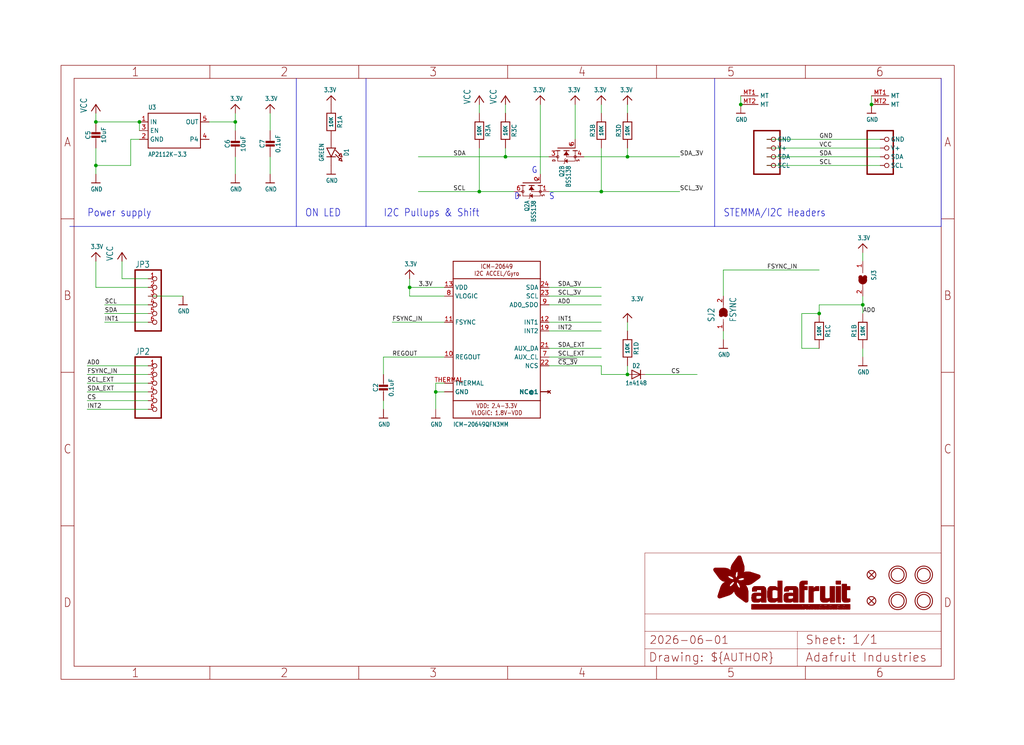
<source format=kicad_sch>
(kicad_sch (version 20230121) (generator eeschema)
  (paper "User" 298.45 217.322)
  (lib_symbols
    (symbol "working-eagle-import:3.3V" (power)
      (property "Value" "3.3V" (at -1.524 1.016 0))
      (symbol "3.3V_1_0"
        (pin power_in line (at 0 -2.54 90) (length 2.54) (name "3.3V") (number "1"))
      )
    )
    (symbol "working-eagle-import:CAP_CERAMIC0603_NO"
      (property "Reference" "C" (at -2.29 1.25 90))
      (symbol "CAP_CERAMIC0603_NO_1_0"
        (pin passive line (at 0 5.08 270) (length 2.54) (name "1") (number "1"))
        (pin passive line (at 0 -2.54 90) (length 2.54) (name "2") (number "2"))
      )
    )
    (symbol "working-eagle-import:CAP_CERAMIC0805-NOOUTLINE"
      (property "Reference" "C" (at -2.29 1.25 90))
      (symbol "CAP_CERAMIC0805-NOOUTLINE_1_0"
        (pin passive line (at 0 5.08 270) (length 2.54) (name "1") (number "1"))
        (pin passive line (at 0 -2.54 90) (length 2.54) (name "2") (number "2"))
      )
    )
    (symbol "working-eagle-import:DIODESOD-323"
      (property "Reference" "D" (at 0 2.54 0))
      (symbol "DIODESOD-323_1_0"
        (pin passive line (at -2.54 0 0) (length 2.54) (name "A") (number "A"))
        (pin passive line (at 2.54 0 180) (length 2.54) (name "C") (number "C"))
      )
    )
    (symbol "working-eagle-import:FIDUCIAL_1MM")
    (symbol "working-eagle-import:FRAME_A4_ADAFRUIT"
      (symbol "FRAME_A4_ADAFRUIT_1_0"
        (text "${#}/${##}" (at 230.505 10.16 0) (effects (font (size 2.54 2.54)) (justify left bottom)))
        (text "${AUTHOR}" (at 189.23 5.08 0) (effects (font (size 2.286 2.286)) (justify left bottom)))
        (text "${CURRENT_DATE}" (at 171.45 10.16 0) (effects (font (size 2.286 2.286)) (justify left bottom)))
        (text "${PROJECTNAME}" (at 171.45 15.24 0) (effects (font (size 2.54 2.54)) (justify left bottom)))
        (text "1" (at 21.6958 1.905 0) (effects (font (size 2.54 2.286))))
        (text "1" (at 21.6958 177.165 0) (effects (font (size 2.54 2.286))))
        (text "2" (at 65.0875 1.905 0) (effects (font (size 2.54 2.286))))
        (text "2" (at 65.0875 177.165 0) (effects (font (size 2.54 2.286))))
        (text "3" (at 108.4792 1.905 0) (effects (font (size 2.54 2.286))))
        (text "3" (at 108.4792 177.165 0) (effects (font (size 2.54 2.286))))
        (text "4" (at 151.8708 1.905 0) (effects (font (size 2.54 2.286))))
        (text "4" (at 151.8708 177.165 0) (effects (font (size 2.54 2.286))))
        (text "5" (at 195.2625 1.905 0) (effects (font (size 2.54 2.286))))
        (text "5" (at 195.2625 177.165 0) (effects (font (size 2.54 2.286))))
        (text "6" (at 238.6542 1.905 0) (effects (font (size 2.54 2.286))))
        (text "6" (at 238.6542 177.165 0) (effects (font (size 2.54 2.286))))
        (text "A" (at 1.905 156.6863 0) (effects (font (size 2.54 2.286))))
        (text "A" (at 258.445 156.6863 0) (effects (font (size 2.54 2.286))))
        (text "Adafruit Industries" (at 216.916 4.953 0) (effects (font (size 2.54 2.54)) (justify left bottom)))
        (text "B" (at 1.905 111.9188 0) (effects (font (size 2.54 2.286))))
        (text "B" (at 258.445 111.9188 0) (effects (font (size 2.54 2.286))))
        (text "C" (at 1.905 67.1513 0) (effects (font (size 2.54 2.286))))
        (text "C" (at 258.445 67.1513 0) (effects (font (size 2.54 2.286))))
        (text "D" (at 1.905 22.3838 0) (effects (font (size 2.54 2.286))))
        (text "D" (at 258.445 22.3838 0) (effects (font (size 2.54 2.286))))
        (text "Drawing:" (at 171.196 4.953 0) (effects (font (size 2.54 2.54)) (justify left bottom)))
        (text "Sheet:" (at 216.916 10.033 0) (effects (font (size 2.54 2.54)) (justify left bottom)))
      )
    )
    (symbol "working-eagle-import:GND" (power)
      (property "Value" "GND" (at -1.524 -2.54 0))
      (symbol "GND_1_0"
        (pin power_in line (at 0 2.54 270) (length 2.54) (name "GND") (number "1"))
      )
    )
    (symbol "working-eagle-import:HEADER-1X670MIL"
      (property "Reference" "JP" (at -6.35 10.795 0))
      (symbol "HEADER-1X670MIL_1_0"
        (pin passive inverted (at -2.54 7.62 0) (length 2.54) (name "1") (number "1"))
        (pin passive inverted (at -2.54 5.08 0) (length 2.54) (name "2") (number "2"))
        (pin passive inverted (at -2.54 2.54 0) (length 2.54) (name "3") (number "3"))
        (pin passive inverted (at -2.54 0 0) (length 2.54) (name "4") (number "4"))
        (pin passive inverted (at -2.54 -2.54 0) (length 2.54) (name "5") (number "5"))
        (pin passive inverted (at -2.54 -5.08 0) (length 2.54) (name "6") (number "6"))
      )
    )
    (symbol "working-eagle-import:HEADER-1X6ROUND"
      (property "Reference" "JP" (at -6.35 10.795 0))
      (symbol "HEADER-1X6ROUND_1_0"
        (pin passive inverted (at -2.54 7.62 0) (length 2.54) (name "1") (number "1"))
        (pin passive inverted (at -2.54 5.08 0) (length 2.54) (name "2") (number "2"))
        (pin passive inverted (at -2.54 2.54 0) (length 2.54) (name "3") (number "3"))
        (pin passive inverted (at -2.54 0 0) (length 2.54) (name "4") (number "4"))
        (pin passive inverted (at -2.54 -2.54 0) (length 2.54) (name "5") (number "5"))
        (pin passive inverted (at -2.54 -5.08 0) (length 2.54) (name "6") (number "6"))
      )
    )
    (symbol "working-eagle-import:ICM-20649QFN3MM"
      (symbol "ICM-20649QFN3MM_1_0"
        (text "ICM-20649\nI2C ACCEL/Gyro" (at 0 20.32 0) (effects (font (size 1.27 1.0795))))
        (text "VDD: 2.4-3.3V\nVLOGIC: 1.8V-VDD" (at 0 -20.32 0) (effects (font (size 1.27 1.0795))))
        (pin no_connect line (at 15.24 -15.24 180) (length 2.54) (name "NC@1") (number "1"))
        (pin passive line (at -15.24 -5.08 0) (length 2.54) (name "REGOUT") (number "10"))
        (pin input line (at -15.24 5.08 0) (length 2.54) (name "FSYNC") (number "11"))
        (pin output line (at 15.24 5.08 180) (length 2.54) (name "INT1") (number "12"))
        (pin power_in line (at -15.24 15.24 0) (length 2.54) (name "VDD") (number "13"))
        (pin no_connect line (at 15.24 -15.24 180) (length 2.54) (name "NC@1") (number "14"))
        (pin no_connect line (at 15.24 -15.24 180) (length 2.54) (name "NC@1") (number "15"))
        (pin no_connect line (at 15.24 -15.24 180) (length 2.54) (name "NC@1") (number "16"))
        (pin no_connect line (at 15.24 -15.24 180) (length 2.54) (name "NC@1") (number "17"))
        (pin power_in line (at -15.24 -15.24 0) (length 2.54) (name "GND") (number "18"))
        (pin output line (at 15.24 2.54 180) (length 2.54) (name "INT2") (number "19"))
        (pin no_connect line (at 15.24 -15.24 180) (length 2.54) (name "NC@1") (number "2"))
        (pin power_in line (at -15.24 -15.24 0) (length 2.54) (name "GND") (number "20"))
        (pin bidirectional line (at 15.24 -2.54 180) (length 2.54) (name "AUX_DA") (number "21"))
        (pin input line (at 15.24 -7.62 180) (length 2.54) (name "NCS") (number "22"))
        (pin bidirectional line (at 15.24 12.7 180) (length 2.54) (name "SCL") (number "23"))
        (pin bidirectional line (at 15.24 15.24 180) (length 2.54) (name "SDA") (number "24"))
        (pin no_connect line (at 15.24 -15.24 180) (length 2.54) (name "NC@1") (number "3"))
        (pin no_connect line (at 15.24 -15.24 180) (length 2.54) (name "NC@1") (number "4"))
        (pin no_connect line (at 15.24 -15.24 180) (length 2.54) (name "NC@1") (number "5"))
        (pin no_connect line (at 15.24 -15.24 180) (length 2.54) (name "NC@1") (number "6"))
        (pin bidirectional line (at 15.24 -5.08 180) (length 2.54) (name "AUX_CL") (number "7"))
        (pin power_in line (at -15.24 12.7 0) (length 2.54) (name "VLOGIC") (number "8"))
        (pin input line (at 15.24 10.16 180) (length 2.54) (name "AD0_SDO") (number "9"))
        (pin power_in line (at -15.24 -12.7 0) (length 2.54) (name "THERMAL") (number "THERMAL"))
      )
    )
    (symbol "working-eagle-import:LED0603_NOOUTLINE"
      (property "Reference" "D" (at -1.27 4.445 0))
      (symbol "LED0603_NOOUTLINE_1_0"
        (pin passive line (at -5.08 0 0) (length 2.54) (name "A") (number "A"))
        (pin passive line (at 2.54 0 180) (length 2.54) (name "C") (number "C"))
      )
    )
    (symbol "working-eagle-import:MOSFET-N_DUAL"
      (property "Reference" "Q" (at 5.08 0.635 0))
      (symbol "MOSFET-N_DUAL_1_0"
        (text "D" (at 3.175 3.175 0) (effects (font (size 0.8128 0.6908)) (justify left bottom)))
        (text "G" (at -1.27 -1.905 0) (effects (font (size 0.8128 0.6908)) (justify left bottom)))
        (text "S" (at 3.175 -3.81 0) (effects (font (size 0.8128 0.6908)) (justify left bottom)))
        (pin bidirectional line (at 2.54 -5.08 90) (length 2.54) (name "S") (number "1"))
        (pin bidirectional line (at -2.54 -2.54 0) (length 2.54) (name "G") (number "2"))
        (pin bidirectional line (at 2.54 5.08 270) (length 2.54) (name "D") (number "6"))
      )
      (symbol "MOSFET-N_DUAL_2_0"
        (text "D" (at 3.175 3.175 0) (effects (font (size 0.8128 0.6908)) (justify left bottom)))
        (text "G" (at -1.27 -1.905 0) (effects (font (size 0.8128 0.6908)) (justify left bottom)))
        (text "S" (at 3.175 -3.81 0) (effects (font (size 0.8128 0.6908)) (justify left bottom)))
        (pin bidirectional line (at 2.54 5.08 270) (length 2.54) (name "D") (number "3"))
        (pin bidirectional line (at 2.54 -5.08 90) (length 2.54) (name "S") (number "4"))
        (pin bidirectional line (at -2.54 -2.54 0) (length 2.54) (name "G") (number "5"))
      )
    )
    (symbol "working-eagle-import:MOUNTINGHOLE2.5")
    (symbol "working-eagle-import:RESISTOR_4PACK"
      (property "Reference" "R" (at 0 2.54 0))
      (symbol "RESISTOR_4PACK_1_0"
        (pin passive line (at -5.08 0 0) (length 2.54) (name "1") (number "1"))
        (pin passive line (at 5.08 0 180) (length 2.54) (name "2") (number "8"))
      )
      (symbol "RESISTOR_4PACK_2_0"
        (pin passive line (at -5.08 0 0) (length 2.54) (name "1") (number "2"))
        (pin passive line (at 5.08 0 180) (length 2.54) (name "2") (number "7"))
      )
      (symbol "RESISTOR_4PACK_3_0"
        (pin passive line (at -5.08 0 0) (length 2.54) (name "1") (number "3"))
        (pin passive line (at 5.08 0 180) (length 2.54) (name "2") (number "6"))
      )
      (symbol "RESISTOR_4PACK_4_0"
        (pin passive line (at -5.08 0 0) (length 2.54) (name "1") (number "4"))
        (pin passive line (at 5.08 0 180) (length 2.54) (name "2") (number "5"))
      )
    )
    (symbol "working-eagle-import:SOLDERJUMPER"
      (property "Reference" "SJ" (at -2.54 2.54 0))
      (symbol "SOLDERJUMPER_1_0"
        (pin passive line (at -5.08 0 0) (length 2.54) (name "1") (number "1"))
        (pin passive line (at 5.08 0 180) (length 2.54) (name "2") (number "2"))
      )
    )
    (symbol "working-eagle-import:SOLDERJUMPER_CLOSED"
      (property "Reference" "SJ" (at -2.54 2.54 0))
      (symbol "SOLDERJUMPER_CLOSED_1_0"
        (pin passive line (at -5.08 0 0) (length 2.54) (name "1") (number "1"))
        (pin passive line (at 5.08 0 180) (length 2.54) (name "2") (number "2"))
      )
    )
    (symbol "working-eagle-import:STEMMA_I2C_QT"
      (symbol "STEMMA_I2C_QT_1_0"
        (pin passive inverted (at 0 5.08 0) (length 2.54) (name "GND") (number "1"))
        (pin passive inverted (at 0 2.54 0) (length 2.54) (name "V+") (number "2"))
        (pin passive inverted (at 0 0 0) (length 2.54) (name "SDA") (number "3"))
        (pin passive inverted (at 0 -2.54 0) (length 2.54) (name "SCL") (number "4"))
      )
      (symbol "STEMMA_I2C_QT_2_0"
        (pin bidirectional line (at 0 0 0) (length 5.08) (name "MT") (number "MT1"))
      )
      (symbol "STEMMA_I2C_QT_3_0"
        (pin bidirectional line (at 0 0 0) (length 5.08) (name "MT") (number "MT2"))
      )
    )
    (symbol "working-eagle-import:VCC" (power)
      (property "Value" "VCC" (at -2.54 -2.54 90))
      (symbol "VCC_1_0"
        (pin power_in line (at 0 -2.54 90) (length 2.54) (name "VCC") (number "1"))
      )
    )
    (symbol "working-eagle-import:VREG_SOT23-5"
      (property "Reference" "U" (at -7.62 6.096 0))
      (symbol "VREG_SOT23-5_1_0"
        (pin power_in line (at -10.16 2.54 0) (length 2.54) (name "IN") (number "1"))
        (pin power_in line (at -10.16 -2.54 0) (length 2.54) (name "GND") (number "2"))
        (pin input line (at -10.16 0 0) (length 2.54) (name "EN") (number "3"))
        (pin bidirectional line (at 10.16 -2.54 180) (length 2.54) (name "P4") (number "4"))
        (pin power_in line (at 10.16 2.54 180) (length 2.54) (name "OUT") (number "5"))
      )
    )
  )
  (junction (at 254 30.48))
  (junction (at 147.32 45.72))
  (junction (at 27.94 35.56))
  (junction (at 68.58 35.56))
  (junction (at 40.64 35.56))
  (junction (at 215.9 30.48))
  (junction (at 127 114.3))
  (junction (at 119.38 83.82))
  (junction (at 139.7 55.88))
  (junction (at 238.76 91.44))
  (junction (at 251.46 88.9))
  (junction (at 175.26 55.88))
  (junction (at 27.94 48.26))
  (junction (at 182.88 45.72))
  (junction (at 182.88 109.22))
  (wire (pts (xy 147.32 33.02) (xy 147.32 30.48)) (stroke (width 0.1524)))
  (wire (pts (xy 238.76 88.9) (xy 251.46 88.9)) (stroke (width 0.1524)))
  (wire (pts (xy 27.94 83.82) (xy 27.94 76.2)) (stroke (width 0.1524)))
  (wire (pts (xy 182.88 106.68) (xy 182.88 109.22)) (stroke (width 0.1524)))
  (wire (pts (xy 251.46 101.6) (xy 251.46 104.14)) (stroke (width 0.1524)))
  (wire (pts (xy 43.18 116.84) (xy 25.4 116.84)) (stroke (width 0.1524)))
  (wire (pts (xy 27.94 48.26) (xy 27.94 43.18)) (stroke (width 0.1524)))
  (wire (pts (xy 175.26 109.22) (xy 175.26 106.68)) (stroke (width 0.1524)))
  (wire (pts (xy 25.4 111.76) (xy 43.18 111.76)) (stroke (width 0.1524)))
  (wire (pts (xy 175.26 33.02) (xy 175.26 30.48)) (stroke (width 0.1524)))
  (wire (pts (xy 210.82 78.74) (xy 238.76 78.74)) (stroke (width 0.1524)))
  (wire (pts (xy 68.58 35.56) (xy 68.58 33.02)) (stroke (width 0.1524)))
  (wire (pts (xy 251.46 86.36) (xy 251.46 88.9)) (stroke (width 0.1524)))
  (wire (pts (xy 119.38 86.36) (xy 119.38 83.82)) (stroke (width 0.1524)))
  (wire (pts (xy 129.54 104.14) (xy 111.76 104.14)) (stroke (width 0.1524)))
  (wire (pts (xy 210.82 86.36) (xy 210.82 78.74)) (stroke (width 0.1524)))
  (wire (pts (xy 223.52 48.26) (xy 256.54 48.26)) (stroke (width 0.1524)))
  (wire (pts (xy 182.88 93.98) (xy 182.88 96.52)) (stroke (width 0.1524)))
  (wire (pts (xy 38.1 48.26) (xy 27.94 48.26)) (stroke (width 0.1524)))
  (wire (pts (xy 40.64 40.64) (xy 38.1 40.64)) (stroke (width 0.1524)))
  (wire (pts (xy 149.86 55.88) (xy 139.7 55.88)) (stroke (width 0.1524)))
  (wire (pts (xy 25.4 106.68) (xy 43.18 106.68)) (stroke (width 0.1524)))
  (wire (pts (xy 43.18 93.98) (xy 30.48 93.98)) (stroke (width 0.1524)))
  (wire (pts (xy 182.88 109.22) (xy 175.26 109.22)) (stroke (width 0.1524)))
  (polyline (pts (xy 20.32 66.04) (xy 86.36 66.04)) (stroke (width 0.1524) (type solid)))
  (wire (pts (xy 175.26 43.18) (xy 175.26 55.88)) (stroke (width 0.1524)))
  (wire (pts (xy 160.02 88.9) (xy 175.26 88.9)) (stroke (width 0.1524)))
  (polyline (pts (xy 274.32 22.86) (xy 274.32 66.04)) (stroke (width 0.1524) (type solid)))
  (wire (pts (xy 238.76 91.44) (xy 233.68 91.44)) (stroke (width 0.1524)))
  (polyline (pts (xy 208.28 22.86) (xy 208.28 66.04)) (stroke (width 0.1524) (type solid)))
  (wire (pts (xy 43.18 86.36) (xy 53.34 86.36)) (stroke (width 0.1524)))
  (wire (pts (xy 129.54 83.82) (xy 119.38 83.82)) (stroke (width 0.1524)))
  (wire (pts (xy 127 114.3) (xy 127 119.38)) (stroke (width 0.1524)))
  (wire (pts (xy 60.96 35.56) (xy 68.58 35.56)) (stroke (width 0.1524)))
  (polyline (pts (xy 106.68 66.04) (xy 208.28 66.04)) (stroke (width 0.1524) (type solid)))
  (wire (pts (xy 78.74 45.72) (xy 78.74 50.8)) (stroke (width 0.1524)))
  (polyline (pts (xy 86.36 22.86) (xy 86.36 66.04)) (stroke (width 0.1524) (type solid)))
  (wire (pts (xy 251.46 88.9) (xy 251.46 91.44)) (stroke (width 0.1524)))
  (wire (pts (xy 160.02 106.68) (xy 175.26 106.68)) (stroke (width 0.1524)))
  (wire (pts (xy 233.68 101.6) (xy 238.76 101.6)) (stroke (width 0.1524)))
  (wire (pts (xy 68.58 45.72) (xy 68.58 50.8)) (stroke (width 0.1524)))
  (wire (pts (xy 27.94 48.26) (xy 27.94 50.8)) (stroke (width 0.1524)))
  (wire (pts (xy 129.54 86.36) (xy 119.38 86.36)) (stroke (width 0.1524)))
  (wire (pts (xy 157.48 50.8) (xy 157.48 30.48)) (stroke (width 0.1524)))
  (wire (pts (xy 160.02 104.14) (xy 175.26 104.14)) (stroke (width 0.1524)))
  (wire (pts (xy 25.4 114.3) (xy 43.18 114.3)) (stroke (width 0.1524)))
  (wire (pts (xy 111.76 116.84) (xy 111.76 119.38)) (stroke (width 0.1524)))
  (wire (pts (xy 139.7 55.88) (xy 121.92 55.88)) (stroke (width 0.1524)))
  (wire (pts (xy 43.18 91.44) (xy 30.48 91.44)) (stroke (width 0.1524)))
  (wire (pts (xy 223.52 43.18) (xy 256.54 43.18)) (stroke (width 0.1524)))
  (wire (pts (xy 43.18 88.9) (xy 30.48 88.9)) (stroke (width 0.1524)))
  (wire (pts (xy 215.9 27.94) (xy 215.9 30.48)) (stroke (width 0.1524)))
  (wire (pts (xy 35.56 81.28) (xy 35.56 76.2)) (stroke (width 0.1524)))
  (wire (pts (xy 256.54 45.72) (xy 223.52 45.72)) (stroke (width 0.1524)))
  (wire (pts (xy 256.54 40.64) (xy 223.52 40.64)) (stroke (width 0.1524)))
  (wire (pts (xy 210.82 96.52) (xy 210.82 99.06)) (stroke (width 0.1524)))
  (wire (pts (xy 68.58 35.56) (xy 68.58 38.1)) (stroke (width 0.1524)))
  (wire (pts (xy 129.54 114.3) (xy 127 114.3)) (stroke (width 0.1524)))
  (wire (pts (xy 43.18 119.38) (xy 25.4 119.38)) (stroke (width 0.1524)))
  (wire (pts (xy 160.02 86.36) (xy 175.26 86.36)) (stroke (width 0.1524)))
  (wire (pts (xy 167.64 40.64) (xy 167.64 30.48)) (stroke (width 0.1524)))
  (wire (pts (xy 187.96 109.22) (xy 203.2 109.22)) (stroke (width 0.1524)))
  (wire (pts (xy 238.76 91.44) (xy 238.76 88.9)) (stroke (width 0.1524)))
  (wire (pts (xy 251.46 76.2) (xy 251.46 73.66)) (stroke (width 0.1524)))
  (wire (pts (xy 25.4 109.22) (xy 43.18 109.22)) (stroke (width 0.1524)))
  (wire (pts (xy 38.1 40.64) (xy 38.1 48.26)) (stroke (width 0.1524)))
  (wire (pts (xy 254 30.48) (xy 254 27.94)) (stroke (width 0.1524)))
  (wire (pts (xy 40.64 35.56) (xy 27.94 35.56)) (stroke (width 0.1524)))
  (wire (pts (xy 147.32 43.18) (xy 147.32 45.72)) (stroke (width 0.1524)))
  (wire (pts (xy 160.02 101.6) (xy 175.26 101.6)) (stroke (width 0.1524)))
  (wire (pts (xy 160.02 45.72) (xy 147.32 45.72)) (stroke (width 0.1524)))
  (wire (pts (xy 139.7 30.48) (xy 139.7 33.02)) (stroke (width 0.1524)))
  (wire (pts (xy 182.88 43.18) (xy 182.88 45.72)) (stroke (width 0.1524)))
  (wire (pts (xy 175.26 55.88) (xy 198.12 55.88)) (stroke (width 0.1524)))
  (wire (pts (xy 119.38 83.82) (xy 119.38 81.28)) (stroke (width 0.1524)))
  (polyline (pts (xy 106.68 22.86) (xy 106.68 66.04)) (stroke (width 0.1524) (type solid)))
  (wire (pts (xy 182.88 33.02) (xy 182.88 30.48)) (stroke (width 0.1524)))
  (wire (pts (xy 129.54 111.76) (xy 127 111.76)) (stroke (width 0.1524)))
  (wire (pts (xy 114.3 93.98) (xy 129.54 93.98)) (stroke (width 0.1524)))
  (wire (pts (xy 233.68 91.44) (xy 233.68 101.6)) (stroke (width 0.1524)))
  (wire (pts (xy 160.02 55.88) (xy 175.26 55.88)) (stroke (width 0.1524)))
  (wire (pts (xy 160.02 83.82) (xy 175.26 83.82)) (stroke (width 0.1524)))
  (wire (pts (xy 43.18 81.28) (xy 35.56 81.28)) (stroke (width 0.1524)))
  (wire (pts (xy 27.94 33.02) (xy 27.94 35.56)) (stroke (width 0.1524)))
  (wire (pts (xy 160.02 96.52) (xy 175.26 96.52)) (stroke (width 0.1524)))
  (wire (pts (xy 147.32 45.72) (xy 121.92 45.72)) (stroke (width 0.1524)))
  (wire (pts (xy 170.18 45.72) (xy 182.88 45.72)) (stroke (width 0.1524)))
  (polyline (pts (xy 208.28 66.04) (xy 274.32 66.04)) (stroke (width 0.1524) (type solid)))
  (wire (pts (xy 139.7 43.18) (xy 139.7 55.88)) (stroke (width 0.1524)))
  (polyline (pts (xy 86.36 66.04) (xy 106.68 66.04)) (stroke (width 0.1524) (type solid)))
  (wire (pts (xy 127 111.76) (xy 127 114.3)) (stroke (width 0.1524)))
  (wire (pts (xy 43.18 83.82) (xy 27.94 83.82)) (stroke (width 0.1524)))
  (wire (pts (xy 78.74 33.02) (xy 78.74 38.1)) (stroke (width 0.1524)))
  (wire (pts (xy 182.88 45.72) (xy 198.12 45.72)) (stroke (width 0.1524)))
  (wire (pts (xy 111.76 104.14) (xy 111.76 109.22)) (stroke (width 0.1524)))
  (wire (pts (xy 160.02 93.98) (xy 175.26 93.98)) (stroke (width 0.1524)))
  (wire (pts (xy 40.64 38.1) (xy 40.64 35.56)) (stroke (width 0.1524)))
  (text "S" (at 160.02 58.42 0) (effects (font (size 1.778 1.5113)) (justify left bottom)))
  (text "ON LED" (at 88.9 63.5 0) (effects (font (size 2.1844 1.8567)) (justify left bottom)))
  (text "Power supply" (at 25.4 63.5 0) (effects (font (size 2.1844 1.8567)) (justify left bottom)))
  (text "G" (at 154.94 50.8 0) (effects (font (size 1.778 1.5113)) (justify left bottom)))
  (text "I2C Pullups & Shift" (at 111.76 63.5 0) (effects (font (size 2.1844 1.8567)) (justify left bottom)))
  (text "D" (at 149.86 58.42 0) (effects (font (size 1.778 1.5113)) (justify left bottom)))
  (text "STEMMA/I2C Headers" (at 210.82 63.5 0) (effects (font (size 2.1844 1.8567)) (justify left bottom)))
  (label "FSYNC_IN" (at 114.3 93.98 0) (effects (font (size 1.2446 1.2446))))
  (label "SCL_3V" (at 198.12 55.88 0) (effects (font (size 1.2446 1.2446))))
  (label "3.3V" (at 121.92 83.82 0) (effects (font (size 1.2446 1.2446))))
  (label "GND" (at 238.76 40.64 0) (effects (font (size 1.2446 1.2446))))
  (label "SDA" (at 238.76 45.72 0) (effects (font (size 1.2446 1.2446))))
  (label "SDA" (at 30.48 91.44 0) (effects (font (size 1.2446 1.2446))))
  (label "~{CS_3V}" (at 162.56 106.68 0) (effects (font (size 1.2446 1.2446))))
  (label "INT2" (at 25.4 119.38 0) (effects (font (size 1.2446 1.2446))))
  (label "AD0" (at 25.4 106.68 0) (effects (font (size 1.2446 1.2446))))
  (label "INT1" (at 162.56 93.98 0) (effects (font (size 1.2446 1.2446))))
  (label "SCL_EXT" (at 25.4 111.76 0) (effects (font (size 1.2446 1.2446))))
  (label "FSYNC_IN" (at 223.52 78.74 0) (effects (font (size 1.2446 1.2446))))
  (label "VCC" (at 238.76 43.18 0) (effects (font (size 1.2446 1.2446))))
  (label "CS" (at 25.4 116.84 0) (effects (font (size 1.2446 1.2446))))
  (label "INT2" (at 162.56 96.52 0) (effects (font (size 1.2446 1.2446))))
  (label "AD0" (at 251.46 91.44 0) (effects (font (size 1.2446 1.2446))))
  (label "SCL" (at 238.76 48.26 0) (effects (font (size 1.2446 1.2446))))
  (label "CS" (at 195.58 109.22 0) (effects (font (size 1.2446 1.2446))))
  (label "SCL_EXT" (at 162.56 104.14 0) (effects (font (size 1.2446 1.2446))))
  (label "SCL_3V" (at 162.56 86.36 0) (effects (font (size 1.2446 1.2446))))
  (label "SCL" (at 30.48 88.9 0) (effects (font (size 1.2446 1.2446))))
  (label "REGOUT" (at 114.3 104.14 0) (effects (font (size 1.2446 1.2446))))
  (label "SDA" (at 132.08 45.72 0) (effects (font (size 1.2446 1.2446))))
  (label "SDA_EXT" (at 25.4 114.3 0) (effects (font (size 1.2446 1.2446))))
  (label "INT1" (at 30.48 93.98 0) (effects (font (size 1.2446 1.2446))))
  (label "SDA_EXT" (at 162.56 101.6 0) (effects (font (size 1.2446 1.2446))))
  (label "SCL" (at 132.08 55.88 0) (effects (font (size 1.2446 1.2446))))
  (label "SDA_3V" (at 162.56 83.82 0) (effects (font (size 1.2446 1.2446))))
  (label "AD0" (at 162.56 88.9 0) (effects (font (size 1.2446 1.2446))))
  (label "FSYNC_IN" (at 25.4 109.22 0) (effects (font (size 1.2446 1.2446))))
  (label "SDA_3V" (at 198.12 45.72 0) (effects (font (size 1.2446 1.2446))))
  (symbol (lib_id "working-eagle-import:GND") (at 210.82 101.6 0) (unit 1)
    (property "Reference" "#U$10" (effects hide))
    (property "Value" "GND" (at 209.296 104.14 0) (effects (font (size 1.27 1.0795)) (justify left bottom)))
  )
  (symbol (lib_id "working-eagle-import:3.3V") (at 68.58 30.48 0) (unit 1)
    (property "Reference" "#U$31" (effects hide))
    (property "Value" "3.3V" (at 67.056 29.464 0) (effects (font (size 1.27 1.0795)) (justify left bottom)))
  )
  (symbol (lib_id "working-eagle-import:STEMMA_I2C_QT") (at 254 27.94 0) (unit 2)
    (property "Reference" "CONN4" (effects hide))
    (property "Value" "STEMMA_I2C_QT" (effects hide))
    (property "Footprint" "working:JST_SH4" (effects hide))
  )
  (symbol (lib_id "working-eagle-import:STEMMA_I2C_QT") (at 256.54 45.72 0) (unit 1)
    (property "Reference" "CONN4" (effects hide))
    (property "Value" "STEMMA_I2C_QT" (effects hide))
    (property "Footprint" "working:JST_SH4" (effects hide))
  )
  (symbol (lib_id "working-eagle-import:3.3V") (at 27.94 73.66 0) (unit 1)
    (property "Reference" "#U$38" (effects hide))
    (property "Value" "3.3V" (at 26.416 72.644 0) (effects (font (size 1.27 1.0795)) (justify left bottom)))
  )
  (symbol (lib_id "working-eagle-import:GND") (at 27.94 53.34 0) (unit 1)
    (property "Reference" "#U$24" (effects hide))
    (property "Value" "GND" (at 26.416 55.88 0) (effects (font (size 1.27 1.0795)) (justify left bottom)))
  )
  (symbol (lib_id "working-eagle-import:MOSFET-N_DUAL") (at 154.94 53.34 90) (mirror x) (unit 1)
    (property "Reference" "Q2" (at 154.305 58.42 0) (effects (font (size 1.27 1.0795)) (justify left bottom)))
    (property "Value" "BSS138" (at 156.21 58.42 0) (effects (font (size 1.27 1.0795)) (justify left bottom)))
    (property "Footprint" "working:SOT363" (effects hide))
  )
  (symbol (lib_id "working-eagle-import:STEMMA_I2C_QT") (at 215.9 30.48 0) (unit 3)
    (property "Reference" "CONN3" (effects hide))
    (property "Value" "STEMMA_I2C_QT" (effects hide))
    (property "Footprint" "working:JST_SH4" (effects hide))
  )
  (symbol (lib_id "working-eagle-import:VCC") (at 35.56 73.66 0) (unit 1)
    (property "Reference" "#P+4" (effects hide))
    (property "Value" "VCC" (at 33.02 76.2 90) (effects (font (size 1.778 1.5113)) (justify left bottom)))
  )
  (symbol (lib_id "working-eagle-import:LED0603_NOOUTLINE") (at 96.52 45.72 270) (unit 1)
    (property "Reference" "D1" (at 100.965 44.45 0) (effects (font (size 1.27 1.0795))))
    (property "Value" "GREEN" (at 93.726 44.45 0) (effects (font (size 1.27 1.0795))))
    (property "Footprint" "working:CHIPLED_0603_NOOUTLINE" (effects hide))
  )
  (symbol (lib_id "working-eagle-import:RESISTOR_4PACK") (at 147.32 38.1 270) (unit 3)
    (property "Reference" "R3" (at 149.86 38.1 0))
    (property "Value" "10K" (at 147.32 38.1 0) (effects (font (size 1.016 1.016) bold)))
    (property "Footprint" "working:RESPACK_4X0603" (effects hide))
  )
  (symbol (lib_id "working-eagle-import:CAP_CERAMIC0603_NO") (at 78.74 43.18 0) (unit 1)
    (property "Reference" "C7" (at 76.45 41.93 90))
    (property "Value" "0.1uF" (at 81.04 41.93 90))
    (property "Footprint" "working:0603-NO" (effects hide))
  )
  (symbol (lib_id "working-eagle-import:GND") (at 53.34 88.9 0) (unit 1)
    (property "Reference" "#U$29" (effects hide))
    (property "Value" "GND" (at 51.816 91.44 0) (effects (font (size 1.27 1.0795)) (justify left bottom)))
  )
  (symbol (lib_id "working-eagle-import:GND") (at 96.52 50.8 0) (unit 1)
    (property "Reference" "#U$2" (effects hide))
    (property "Value" "GND" (at 94.996 53.34 0) (effects (font (size 1.27 1.0795)) (justify left bottom)))
  )
  (symbol (lib_id "working-eagle-import:VCC") (at 27.94 30.48 0) (unit 1)
    (property "Reference" "#P+3" (effects hide))
    (property "Value" "VCC" (at 25.4 33.02 90) (effects (font (size 1.778 1.5113)) (justify left bottom)))
  )
  (symbol (lib_id "working-eagle-import:FIDUCIAL_1MM") (at 254 167.64 0) (unit 1)
    (property "Reference" "FID4" (effects hide))
    (property "Value" "FIDUCIAL_1MM" (effects hide))
    (property "Footprint" "working:FIDUCIAL_1MM" (effects hide))
  )
  (symbol (lib_id "working-eagle-import:3.3V") (at 119.38 78.74 0) (unit 1)
    (property "Reference" "#U$3" (effects hide))
    (property "Value" "3.3V" (at 117.856 77.724 0) (effects (font (size 1.27 1.0795)) (justify left bottom)))
  )
  (symbol (lib_id "working-eagle-import:3.3V") (at 78.74 30.48 0) (unit 1)
    (property "Reference" "#U$30" (effects hide))
    (property "Value" "3.3V" (at 77.216 29.464 0) (effects (font (size 1.27 1.0795)) (justify left bottom)))
  )
  (symbol (lib_id "working-eagle-import:HEADER-1X6ROUND") (at 45.72 114.3 0) (unit 1)
    (property "Reference" "JP2" (at 39.37 103.505 0) (effects (font (size 1.778 1.5113)) (justify left bottom)))
    (property "Value" "HEADER-1X6ROUND" (effects hide))
    (property "Footprint" "working:1X06_ROUND" (effects hide))
  )
  (symbol (lib_id "working-eagle-import:MOUNTINGHOLE2.5") (at 269.24 167.64 0) (unit 1)
    (property "Reference" "U$42" (effects hide))
    (property "Value" "MOUNTINGHOLE2.5" (effects hide))
    (property "Footprint" "working:MOUNTINGHOLE_2.5_PLATED" (effects hide))
  )
  (symbol (lib_id "working-eagle-import:ICM-20649QFN3MM") (at 144.78 99.06 0) (unit 1)
    (property "Reference" "U$7" (effects hide))
    (property "Value" "ICM-20649QFN3MM" (at 132.08 124.46 0) (effects (font (size 1.27 1.0795)) (justify left bottom)))
    (property "Footprint" "working:QFN24_3MM" (effects hide))
  )
  (symbol (lib_id "working-eagle-import:RESISTOR_4PACK") (at 96.52 35.56 270) (unit 1)
    (property "Reference" "R1" (at 99.06 35.56 0))
    (property "Value" "10K" (at 96.52 35.56 0) (effects (font (size 1.016 1.016) bold)))
    (property "Footprint" "working:RESPACK_4X0603" (effects hide))
  )
  (symbol (lib_id "working-eagle-import:VREG_SOT23-5") (at 50.8 38.1 0) (unit 1)
    (property "Reference" "U3" (at 43.18 32.004 0) (effects (font (size 1.27 1.0795)) (justify left bottom)))
    (property "Value" "AP2112K-3.3" (at 43.18 45.72 0) (effects (font (size 1.27 1.0795)) (justify left bottom)))
    (property "Footprint" "working:SOT23-5" (effects hide))
  )
  (symbol (lib_id "working-eagle-import:GND") (at 254 33.02 0) (unit 1)
    (property "Reference" "#U$9" (effects hide))
    (property "Value" "GND" (at 252.476 35.56 0) (effects (font (size 1.27 1.0795)) (justify left bottom)))
  )
  (symbol (lib_id "working-eagle-import:3.3V") (at 175.26 27.94 0) (mirror y) (unit 1)
    (property "Reference" "#U$35" (effects hide))
    (property "Value" "3.3V" (at 176.784 26.924 0) (effects (font (size 1.27 1.0795)) (justify left bottom)))
  )
  (symbol (lib_id "working-eagle-import:VCC") (at 139.7 27.94 0) (unit 1)
    (property "Reference" "#P+1" (effects hide))
    (property "Value" "VCC" (at 137.16 30.48 90) (effects (font (size 1.778 1.5113)) (justify left bottom)))
  )
  (symbol (lib_id "working-eagle-import:3.3V") (at 251.46 71.12 0) (unit 1)
    (property "Reference" "#U$4" (effects hide))
    (property "Value" "3.3V" (at 249.936 70.104 0) (effects (font (size 1.27 1.0795)) (justify left bottom)))
  )
  (symbol (lib_id "working-eagle-import:FRAME_A4_ADAFRUIT") (at 17.78 198.12 0) (unit 1)
    (property "Reference" "#U$41" (effects hide))
    (property "Value" "FRAME_A4_ADAFRUIT" (effects hide))
  )
  (symbol (lib_id "working-eagle-import:GND") (at 68.58 53.34 0) (unit 1)
    (property "Reference" "#U$27" (effects hide))
    (property "Value" "GND" (at 67.056 55.88 0) (effects (font (size 1.27 1.0795)) (justify left bottom)))
  )
  (symbol (lib_id "working-eagle-import:DIODESOD-323") (at 185.42 109.22 0) (unit 1)
    (property "Reference" "D2" (at 185.42 106.68 0) (effects (font (size 1.27 1.0795))))
    (property "Value" "1n4148" (at 185.42 111.72 0) (effects (font (size 1.27 1.0795))))
    (property "Footprint" "working:SOD-323" (effects hide))
  )
  (symbol (lib_id "working-eagle-import:RESISTOR_4PACK") (at 139.7 38.1 270) (unit 1)
    (property "Reference" "R3" (at 142.24 38.1 0))
    (property "Value" "10K" (at 139.7 38.1 0) (effects (font (size 1.016 1.016) bold)))
    (property "Footprint" "working:RESPACK_4X0603" (effects hide))
  )
  (symbol (lib_id "working-eagle-import:3.3V") (at 167.64 27.94 0) (mirror y) (unit 1)
    (property "Reference" "#U$37" (effects hide))
    (property "Value" "3.3V" (at 169.164 26.924 0) (effects (font (size 1.27 1.0795)) (justify left bottom)))
  )
  (symbol (lib_id "working-eagle-import:MOSFET-N_DUAL") (at 165.1 43.18 90) (mirror x) (unit 2)
    (property "Reference" "Q2" (at 164.465 48.26 0) (effects (font (size 1.27 1.0795)) (justify left bottom)))
    (property "Value" "BSS138" (at 166.37 48.26 0) (effects (font (size 1.27 1.0795)) (justify left bottom)))
    (property "Footprint" "working:SOT363" (effects hide))
  )
  (symbol (lib_id "working-eagle-import:MOUNTINGHOLE2.5") (at 261.62 167.64 0) (unit 1)
    (property "Reference" "U$40" (effects hide))
    (property "Value" "MOUNTINGHOLE2.5" (effects hide))
    (property "Footprint" "working:MOUNTINGHOLE_2.5_PLATED" (effects hide))
  )
  (symbol (lib_id "working-eagle-import:RESISTOR_4PACK") (at 175.26 38.1 90) (mirror x) (unit 2)
    (property "Reference" "R3" (at 172.72 38.1 0))
    (property "Value" "10K" (at 175.26 38.1 0) (effects (font (size 1.016 1.016) bold)))
    (property "Footprint" "working:RESPACK_4X0603" (effects hide))
  )
  (symbol (lib_id "working-eagle-import:STEMMA_I2C_QT") (at 215.9 27.94 0) (unit 2)
    (property "Reference" "CONN3" (effects hide))
    (property "Value" "STEMMA_I2C_QT" (effects hide))
    (property "Footprint" "working:JST_SH4" (effects hide))
  )
  (symbol (lib_id "working-eagle-import:GND") (at 215.9 33.02 0) (unit 1)
    (property "Reference" "#U$8" (effects hide))
    (property "Value" "GND" (at 214.376 35.56 0) (effects (font (size 1.27 1.0795)) (justify left bottom)))
  )
  (symbol (lib_id "working-eagle-import:RESISTOR_4PACK") (at 251.46 96.52 90) (unit 2)
    (property "Reference" "R1" (at 248.92 96.52 0))
    (property "Value" "10K" (at 251.46 96.52 0) (effects (font (size 1.016 1.016) bold)))
    (property "Footprint" "working:RESPACK_4X0603" (effects hide))
  )
  (symbol (lib_id "working-eagle-import:3.3V") (at 182.88 27.94 0) (mirror y) (unit 1)
    (property "Reference" "#U$34" (effects hide))
    (property "Value" "3.3V" (at 184.404 26.924 0) (effects (font (size 1.27 1.0795)) (justify left bottom)))
  )
  (symbol (lib_id "working-eagle-import:3.3V") (at 182.88 91.44 0) (unit 1)
    (property "Reference" "#U$11" (effects hide))
    (property "Value" "3.3V" (at 183.896 87.884 0) (effects (font (size 1.27 1.0795)) (justify left bottom)))
  )
  (symbol (lib_id "working-eagle-import:HEADER-1X670MIL") (at 45.72 88.9 0) (unit 1)
    (property "Reference" "JP3" (at 39.37 78.105 0) (effects (font (size 1.778 1.5113)) (justify left bottom)))
    (property "Value" "HEADER-1X670MIL" (effects hide))
    (property "Footprint" "working:1X06_ROUND_70" (effects hide))
  )
  (symbol (lib_id "working-eagle-import:GND") (at 251.46 106.68 0) (unit 1)
    (property "Reference" "#U$6" (effects hide))
    (property "Value" "GND" (at 249.936 109.22 0) (effects (font (size 1.27 1.0795)) (justify left bottom)))
  )
  (symbol (lib_id "working-eagle-import:CAP_CERAMIC0603_NO") (at 111.76 114.3 0) (unit 1)
    (property "Reference" "C2" (at 109.47 113.05 90))
    (property "Value" "0.1uF" (at 114.06 113.05 90))
    (property "Footprint" "working:0603-NO" (effects hide))
  )
  (symbol (lib_id "working-eagle-import:STEMMA_I2C_QT") (at 223.52 45.72 0) (unit 1)
    (property "Reference" "CONN3" (effects hide))
    (property "Value" "STEMMA_I2C_QT" (effects hide))
    (property "Footprint" "working:JST_SH4" (effects hide))
  )
  (symbol (lib_id "working-eagle-import:RESISTOR_4PACK") (at 182.88 101.6 270) (unit 4)
    (property "Reference" "R1" (at 185.42 101.6 0))
    (property "Value" "10K" (at 182.88 101.6 0) (effects (font (size 1.016 1.016) bold)))
    (property "Footprint" "working:RESPACK_4X0603" (effects hide))
  )
  (symbol (lib_id "working-eagle-import:GND") (at 127 121.92 0) (unit 1)
    (property "Reference" "#U$5" (effects hide))
    (property "Value" "GND" (at 125.476 124.46 0) (effects (font (size 1.27 1.0795)) (justify left bottom)))
  )
  (symbol (lib_id "working-eagle-import:GND") (at 78.74 53.34 0) (unit 1)
    (property "Reference" "#U$28" (effects hide))
    (property "Value" "GND" (at 77.216 55.88 0) (effects (font (size 1.27 1.0795)) (justify left bottom)))
  )
  (symbol (lib_id "working-eagle-import:GND") (at 111.76 121.92 0) (unit 1)
    (property "Reference" "#U$13" (effects hide))
    (property "Value" "GND" (at 110.236 124.46 0) (effects (font (size 1.27 1.0795)) (justify left bottom)))
  )
  (symbol (lib_id "working-eagle-import:CAP_CERAMIC0805-NOOUTLINE") (at 68.58 43.18 0) (unit 1)
    (property "Reference" "C6" (at 66.29 41.93 90))
    (property "Value" "10uF" (at 70.88 41.93 90))
    (property "Footprint" "working:0805-NO" (effects hide))
  )
  (symbol (lib_id "working-eagle-import:MOUNTINGHOLE2.5") (at 269.24 175.26 0) (unit 1)
    (property "Reference" "U$43" (effects hide))
    (property "Value" "MOUNTINGHOLE2.5" (effects hide))
    (property "Footprint" "working:MOUNTINGHOLE_2.5_PLATED" (effects hide))
  )
  (symbol (lib_id "working-eagle-import:STEMMA_I2C_QT") (at 254 30.48 0) (unit 3)
    (property "Reference" "CONN4" (effects hide))
    (property "Value" "STEMMA_I2C_QT" (effects hide))
    (property "Footprint" "working:JST_SH4" (effects hide))
  )
  (symbol (lib_id "working-eagle-import:FIDUCIAL_1MM") (at 254 175.26 0) (unit 1)
    (property "Reference" "FID3" (effects hide))
    (property "Value" "FIDUCIAL_1MM" (effects hide))
    (property "Footprint" "working:FIDUCIAL_1MM" (effects hide))
  )
  (symbol (lib_id "working-eagle-import:3.3V") (at 96.52 27.94 0) (mirror y) (unit 1)
    (property "Reference" "#U$1" (effects hide))
    (property "Value" "3.3V" (at 98.044 26.924 0) (effects (font (size 1.27 1.0795)) (justify left bottom)))
  )
  (symbol (lib_id "working-eagle-import:3.3V") (at 157.48 27.94 0) (mirror y) (unit 1)
    (property "Reference" "#U$36" (effects hide))
    (property "Value" "3.3V" (at 159.004 26.924 0) (effects (font (size 1.27 1.0795)) (justify left bottom)))
  )
  (symbol (lib_id "working-eagle-import:CAP_CERAMIC0805-NOOUTLINE") (at 27.94 40.64 0) (unit 1)
    (property "Reference" "C5" (at 25.65 39.39 90))
    (property "Value" "10uF" (at 30.24 39.39 90))
    (property "Footprint" "working:0805-NO" (effects hide))
  )
  (symbol (lib_id "working-eagle-import:SOLDERJUMPER") (at 251.46 81.28 270) (unit 1)
    (property "Reference" "SJ3" (at 254 78.74 0) (effects (font (size 1.27 1.0795)) (justify left bottom)))
    (property "Value" "SOLDERJUMPER" (effects hide))
    (property "Footprint" "working:SOLDERJUMPER_ARROW_NOPASTE" (effects hide))
  )
  (symbol (lib_id "working-eagle-import:RESISTOR_4PACK") (at 238.76 96.52 270) (unit 3)
    (property "Reference" "R1" (at 241.3 96.52 0))
    (property "Value" "10K" (at 238.76 96.52 0) (effects (font (size 1.016 1.016) bold)))
    (property "Footprint" "working:RESPACK_4X0603" (effects hide))
  )
  (symbol (lib_id "working-eagle-import:VCC") (at 147.32 27.94 0) (unit 1)
    (property "Reference" "#P+2" (effects hide))
    (property "Value" "VCC" (at 144.78 30.48 90) (effects (font (size 1.778 1.5113)) (justify left bottom)))
  )
  (symbol (lib_id "working-eagle-import:RESISTOR_4PACK") (at 182.88 38.1 90) (mirror x) (unit 4)
    (property "Reference" "R3" (at 180.34 38.1 0))
    (property "Value" "10K" (at 182.88 38.1 0) (effects (font (size 1.016 1.016) bold)))
    (property "Footprint" "working:RESPACK_4X0603" (effects hide))
  )
  (symbol (lib_id "working-eagle-import:SOLDERJUMPER_CLOSED") (at 210.82 91.44 90) (unit 1)
    (property "Reference" "SJ2" (at 208.28 93.98 0) (effects (font (size 1.778 1.5113)) (justify left bottom)))
    (property "Value" "FSYNC" (at 214.63 93.98 0) (effects (font (size 1.778 1.5113)) (justify left bottom)))
    (property "Footprint" "working:SOLDERJUMPER_CLOSEDWIRE" (effects hide))
  )
  (symbol (lib_id "working-eagle-import:MOUNTINGHOLE2.5") (at 261.62 175.26 0) (unit 1)
    (property "Reference" "U$39" (effects hide))
    (property "Value" "MOUNTINGHOLE2.5" (effects hide))
    (property "Footprint" "working:MOUNTINGHOLE_2.5_PLATED" (effects hide))
  )
)
</source>
